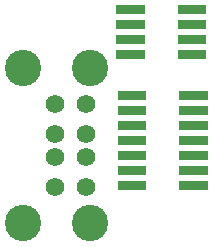
<source format=gbr>
G04 start of page 4 for group -4063 idx -4063 *
G04 Title: (unknown), componentmask *
G04 Creator: pcb 20091103 *
G04 CreationDate: Sun 13 Mar 2011 09:43:22 AM GMT UTC *
G04 For: gjhurlbu *
G04 Format: Gerber/RS-274X *
G04 PCB-Dimensions: 600000 500000 *
G04 PCB-Coordinate-Origin: lower left *
%MOIN*%
%FSLAX25Y25*%
%LNFRONTMASK*%
%ADD20C,0.0620*%
%ADD21C,0.1210*%
%ADD22R,0.0300X0.0300*%
G54D20*X59254Y398422D03*
Y388622D03*
X69554Y406322D03*
Y398422D03*
Y388622D03*
X59254Y416122D03*
Y406322D03*
X69554Y416122D03*
G54D21*X70954Y428222D03*
X48554D03*
X70954Y376522D03*
X48554D03*
G54D22*X102000Y399000D02*X108500D01*
X102000Y404000D02*X108500D01*
X102000Y409000D02*X108500D01*
X102000Y414000D02*X108500D01*
X102000Y419000D02*X108500D01*
X101642Y432557D02*X108142D01*
X101642Y437557D02*X108142D01*
X101642Y442557D02*X108142D01*
X101642Y447557D02*X108142D01*
X81500Y404000D02*X88000D01*
X81500Y399000D02*X88000D01*
X81500Y394000D02*X88000D01*
X81500Y389000D02*X88000D01*
X81500Y419000D02*X88000D01*
X81500Y414000D02*X88000D01*
X81500Y409000D02*X88000D01*
X102000Y389000D02*X108500D01*
X102000Y394000D02*X108500D01*
X81142Y447557D02*X87642D01*
X81142Y442557D02*X87642D01*
X81142Y437557D02*X87642D01*
X81142Y432557D02*X87642D01*
M02*

</source>
